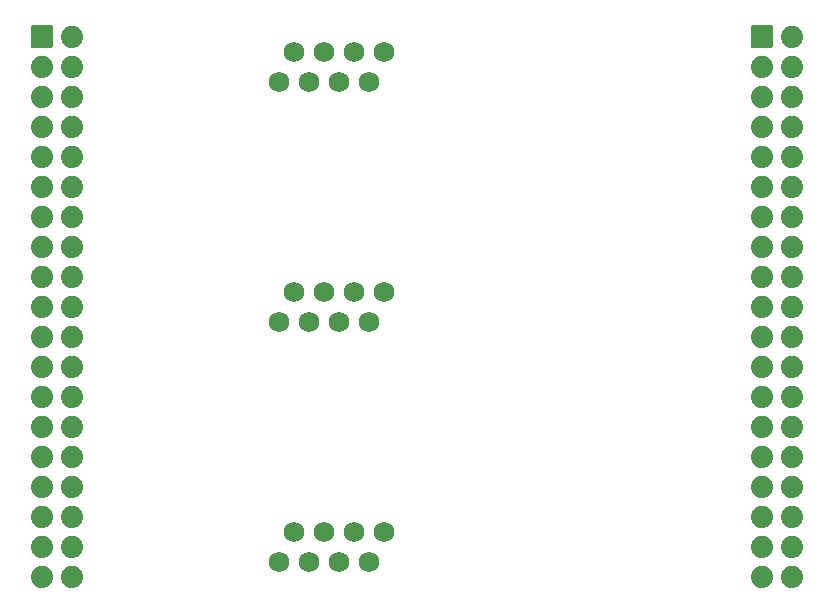
<source format=gbs>
G04 Layer: BottomSolderMaskLayer*
G04 EasyEDA v6.5.8, 2022-07-15 14:46:18*
G04 95380307c74c46c498c4c83f9ab85002,ba36109c29484f4592bc09a740c48d70,10*
G04 Gerber Generator version 0.2*
G04 Scale: 100 percent, Rotated: No, Reflected: No *
G04 Dimensions in millimeters *
G04 leading zeros omitted , absolute positions ,4 integer and 5 decimal *
%FSLAX45Y45*%
%MOMM*%

%ADD10C,1.7272*%
%ADD11C,1.8796*%

%LPD*%
D10*
G01*
X3098800Y-1016000D03*
G01*
X3225800Y-762000D03*
G01*
X2844800Y-1016000D03*
G01*
X2971800Y-762000D03*
G01*
X2590800Y-1016000D03*
G01*
X2717800Y-762000D03*
G01*
X2336800Y-1016000D03*
G01*
X2463800Y-762000D03*
G01*
X3098792Y-5079989D03*
G01*
X3225792Y-4825989D03*
G01*
X2844792Y-5079989D03*
G01*
X2971792Y-4825989D03*
G01*
X2590792Y-5079989D03*
G01*
X2717792Y-4825989D03*
G01*
X2336792Y-5079989D03*
G01*
X2463792Y-4825989D03*
G01*
X3098792Y-3047994D03*
G01*
X3225792Y-2793994D03*
G01*
X2844792Y-3047994D03*
G01*
X2971792Y-2793994D03*
G01*
X2590792Y-3047994D03*
G01*
X2717792Y-2793994D03*
G01*
X2336792Y-3047994D03*
G01*
X2463792Y-2793994D03*
D11*
G01*
X6421120Y-5207000D03*
G01*
X6675120Y-5207000D03*
G01*
X579120Y-5207000D03*
G01*
X325120Y-5207000D03*
G01*
X579120Y-4953000D03*
G01*
X325120Y-4953000D03*
G01*
X325120Y-4699000D03*
G01*
X579120Y-4699000D03*
G01*
X325120Y-4445000D03*
G01*
X579120Y-4445000D03*
G01*
X579120Y-4191000D03*
G01*
X325120Y-4191000D03*
G01*
X579120Y-3937000D03*
G01*
X325120Y-3937000D03*
G01*
X579120Y-3683000D03*
G01*
X325120Y-3683000D03*
G01*
X325120Y-3429000D03*
G01*
X579120Y-3429000D03*
G01*
X325120Y-3175000D03*
G01*
X579120Y-3175000D03*
G01*
X579120Y-2921000D03*
G01*
X325120Y-2921000D03*
G01*
X579120Y-2667000D03*
G01*
X325120Y-2667000D03*
G01*
X579120Y-2413000D03*
G01*
X325120Y-2413000D03*
G01*
X325120Y-2159000D03*
G01*
X579120Y-2159000D03*
G01*
X325120Y-1905000D03*
G01*
X579120Y-1905000D03*
G01*
X579120Y-1651000D03*
G01*
X325120Y-1651000D03*
G01*
X6675120Y-4953000D03*
G01*
X6421120Y-4953000D03*
G01*
X6675120Y-4699000D03*
G01*
X6421120Y-4699000D03*
G01*
X6421120Y-4445000D03*
G01*
X6675120Y-4445000D03*
G01*
X6421120Y-4191000D03*
G01*
X6675120Y-4191000D03*
G01*
X6675120Y-3937000D03*
G01*
X6421120Y-3937000D03*
G01*
X6675120Y-3683000D03*
G01*
X6421120Y-3683000D03*
G01*
X6675120Y-3429000D03*
G01*
X6421120Y-3429000D03*
G01*
X6421120Y-3175000D03*
G01*
X6675120Y-3175000D03*
G01*
X6421120Y-2921000D03*
G01*
X6675120Y-2921000D03*
G01*
X6675120Y-2667000D03*
G01*
X6421120Y-2667000D03*
G01*
X6675120Y-2413000D03*
G01*
X6421120Y-2413000D03*
G01*
X6675120Y-2159000D03*
G01*
X6421120Y-2159000D03*
G01*
X6421120Y-1905000D03*
G01*
X6675120Y-1905000D03*
G01*
X6421120Y-1651000D03*
G01*
X6675120Y-1651000D03*
G01*
X6675120Y-1397000D03*
G01*
X6421120Y-1397000D03*
G01*
X6675120Y-1143000D03*
G01*
X6421120Y-1143000D03*
G01*
X6675120Y-889000D03*
G01*
X6421120Y-889000D03*
G36*
X6337300Y-728979D02*
G01*
X6334252Y-728471D01*
X6331204Y-726947D01*
X6329172Y-724915D01*
X6327647Y-721868D01*
X6327140Y-718820D01*
X6327140Y-551179D01*
X6327647Y-548131D01*
X6329172Y-545084D01*
X6331204Y-543052D01*
X6334252Y-541528D01*
X6337300Y-541020D01*
X6504940Y-541020D01*
X6507988Y-541528D01*
X6511036Y-543052D01*
X6513068Y-545084D01*
X6514592Y-548131D01*
X6515100Y-551179D01*
X6515100Y-551179D01*
X6515100Y-718820D01*
X6515100Y-718820D01*
X6514592Y-721868D01*
X6513068Y-724915D01*
X6511036Y-726947D01*
X6507988Y-728471D01*
X6504940Y-728979D01*
G37*
G01*
X6675120Y-635000D03*
G01*
X579120Y-1397000D03*
G01*
X325120Y-1397000D03*
G01*
X579120Y-1143000D03*
G01*
X325120Y-1143000D03*
G01*
X325120Y-889000D03*
G01*
X579120Y-889000D03*
G36*
X241300Y-728979D02*
G01*
X238252Y-728471D01*
X235204Y-726947D01*
X233171Y-724915D01*
X231647Y-721868D01*
X231139Y-718820D01*
X231139Y-551179D01*
X231647Y-548131D01*
X233171Y-545084D01*
X235204Y-543052D01*
X238252Y-541528D01*
X241300Y-541020D01*
X408939Y-541020D01*
X411987Y-541528D01*
X415036Y-543052D01*
X417068Y-545084D01*
X418592Y-548131D01*
X419100Y-551179D01*
X419100Y-718820D01*
X418592Y-721868D01*
X417068Y-724915D01*
X415036Y-726947D01*
X411987Y-728471D01*
X408939Y-728979D01*
G37*
G01*
X579120Y-635000D03*
M02*

</source>
